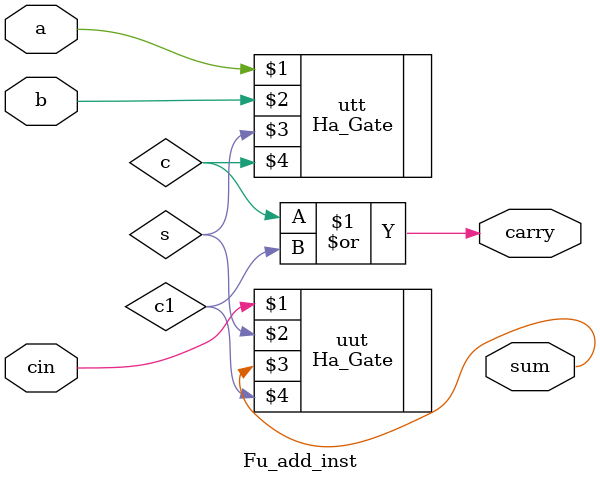
<source format=v>
`timescale 1ns / 1ps


module Fu_add_inst(input a,b,cin, output sum,carry
);
wire c,c1,s;
Ha_Gate utt(a,b,s,c);
Ha_Gate uut(cin,s,sum,c1);

assign carry = c|c1;
endmodule

</source>
